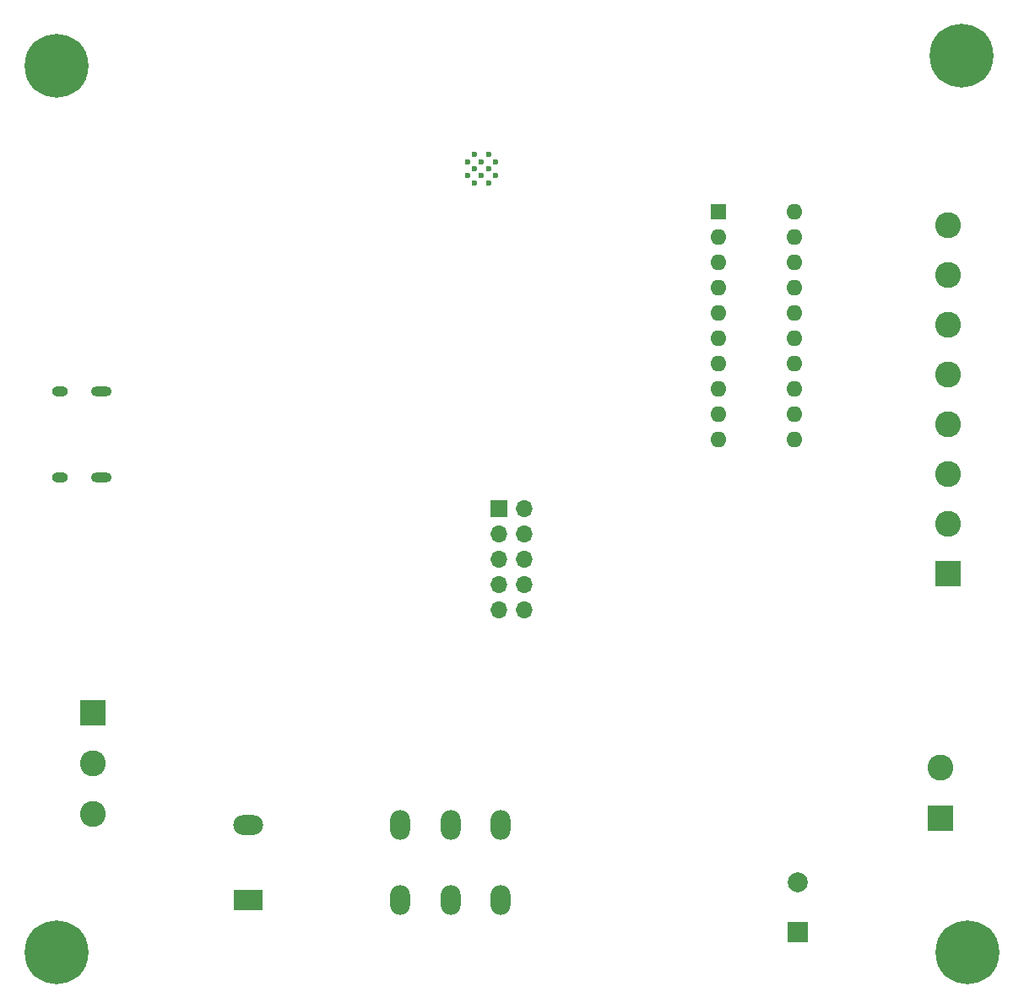
<source format=gbr>
%TF.GenerationSoftware,KiCad,Pcbnew,8.0.7*%
%TF.CreationDate,2024-12-30T15:32:59-05:00*%
%TF.ProjectId,IoT,496f542e-6b69-4636-9164-5f7063625858,rev?*%
%TF.SameCoordinates,Original*%
%TF.FileFunction,Copper,L2,Bot*%
%TF.FilePolarity,Positive*%
%FSLAX46Y46*%
G04 Gerber Fmt 4.6, Leading zero omitted, Abs format (unit mm)*
G04 Created by KiCad (PCBNEW 8.0.7) date 2024-12-30 15:32:59*
%MOMM*%
%LPD*%
G01*
G04 APERTURE LIST*
%TA.AperFunction,ComponentPad*%
%ADD10O,2.100000X1.000000*%
%TD*%
%TA.AperFunction,ComponentPad*%
%ADD11O,1.600000X1.000000*%
%TD*%
%TA.AperFunction,ComponentPad*%
%ADD12R,2.600000X2.600000*%
%TD*%
%TA.AperFunction,ComponentPad*%
%ADD13C,2.600000*%
%TD*%
%TA.AperFunction,ComponentPad*%
%ADD14R,1.600000X1.600000*%
%TD*%
%TA.AperFunction,ComponentPad*%
%ADD15O,1.600000X1.600000*%
%TD*%
%TA.AperFunction,HeatsinkPad*%
%ADD16C,0.600000*%
%TD*%
%TA.AperFunction,ComponentPad*%
%ADD17O,2.000000X3.000000*%
%TD*%
%TA.AperFunction,ComponentPad*%
%ADD18R,3.000000X2.000000*%
%TD*%
%TA.AperFunction,ComponentPad*%
%ADD19O,3.000000X2.000000*%
%TD*%
%TA.AperFunction,ComponentPad*%
%ADD20R,1.700000X1.700000*%
%TD*%
%TA.AperFunction,ComponentPad*%
%ADD21O,1.700000X1.700000*%
%TD*%
%TA.AperFunction,ComponentPad*%
%ADD22C,0.800000*%
%TD*%
%TA.AperFunction,ComponentPad*%
%ADD23C,6.400000*%
%TD*%
%TA.AperFunction,ComponentPad*%
%ADD24R,2.000000X2.000000*%
%TD*%
%TA.AperFunction,ComponentPad*%
%ADD25C,2.000000*%
%TD*%
G04 APERTURE END LIST*
D10*
%TO.P,J1,S1,SHIELD*%
%TO.N,N/C*%
X110130000Y-88680000D03*
D11*
X105950000Y-88680000D03*
D10*
X110130000Y-97320000D03*
D11*
X105950000Y-97320000D03*
%TD*%
D12*
%TO.P,J3,1,Pin_1*%
%TO.N,N/C*%
X109300000Y-121000000D03*
D13*
%TO.P,J3,2,Pin_2*%
X109300000Y-126080000D03*
%TO.P,J3,3,Pin_3*%
X109300000Y-131160000D03*
%TD*%
D14*
%TO.P,U5,1,A->B*%
%TO.N,+5V*%
X172000000Y-70680000D03*
D15*
%TO.P,U5,2,A0*%
%TO.N,/LEDSTR1*%
X172000000Y-73220000D03*
%TO.P,U5,3,A1*%
%TO.N,/LEDSTR2*%
X172000000Y-75760000D03*
%TO.P,U5,4,A2*%
%TO.N,/LEDSTR3*%
X172000000Y-78300000D03*
%TO.P,U5,5,A3*%
%TO.N,/LEDSTR4*%
X172000000Y-80840000D03*
%TO.P,U5,6,A4*%
%TO.N,GND*%
X172000000Y-83380000D03*
%TO.P,U5,7,A5*%
X172000000Y-85920000D03*
%TO.P,U5,8,A6*%
X172000000Y-88460000D03*
%TO.P,U5,9,A7*%
X172000000Y-91000000D03*
%TO.P,U5,10,GND*%
X172000000Y-93540000D03*
%TO.P,U5,11,B7*%
%TO.N,unconnected-(U5-B7-Pad11)*%
X179620000Y-93540000D03*
%TO.P,U5,12,B6*%
%TO.N,unconnected-(U5-B6-Pad12)*%
X179620000Y-91000000D03*
%TO.P,U5,13,B5*%
%TO.N,unconnected-(U5-B5-Pad13)*%
X179620000Y-88460000D03*
%TO.P,U5,14,B4*%
%TO.N,unconnected-(U5-B4-Pad14)*%
X179620000Y-85920000D03*
%TO.P,U5,15,B3*%
%TO.N,Net-(U5-B3)*%
X179620000Y-83380000D03*
%TO.P,U5,16,B2*%
%TO.N,Net-(U5-B2)*%
X179620000Y-80840000D03*
%TO.P,U5,17,B1*%
%TO.N,Net-(U5-B1)*%
X179620000Y-78300000D03*
%TO.P,U5,18,B0*%
%TO.N,Net-(U5-B0)*%
X179620000Y-75760000D03*
%TO.P,U5,19,CE*%
%TO.N,GND*%
X179620000Y-73220000D03*
%TO.P,U5,20,VCC*%
%TO.N,+5V*%
X179620000Y-70680000D03*
%TD*%
D16*
%TO.P,U1,39,GND*%
%TO.N,GND*%
X149650000Y-67070000D03*
X149650000Y-65670000D03*
X148950000Y-67770000D03*
X148950000Y-66370000D03*
X148950000Y-64970000D03*
X148225000Y-67070000D03*
X148225000Y-65670000D03*
X147550000Y-67770000D03*
X147550000Y-66370000D03*
X147550000Y-64970000D03*
X146850000Y-67070000D03*
X146850000Y-65670000D03*
%TD*%
D17*
%TO.P,K1,11*%
%TO.N,Net-(J3-Pin_2)*%
X145150000Y-132250000D03*
X145150000Y-139750000D03*
%TO.P,K1,12*%
%TO.N,Net-(J3-Pin_1)*%
X140110000Y-132250000D03*
X140110000Y-139750000D03*
%TO.P,K1,14*%
%TO.N,Net-(J3-Pin_3)*%
X150190000Y-132250000D03*
X150190000Y-139750000D03*
D18*
%TO.P,K1,A1*%
%TO.N,+5V*%
X124850000Y-139750000D03*
D19*
%TO.P,K1,A2*%
%TO.N,Net-(D1-A)*%
X124850000Y-132250000D03*
%TD*%
D20*
%TO.P,J6,1,Pin_1*%
%TO.N,+3.3V*%
X150000000Y-100460000D03*
D21*
%TO.P,J6,2,Pin_2*%
X152540000Y-100460000D03*
%TO.P,J6,3,Pin_3*%
%TO.N,/GPIO26*%
X150000000Y-103000000D03*
%TO.P,J6,4,Pin_4*%
%TO.N,/GPIO33*%
X152540000Y-103000000D03*
%TO.P,J6,5,Pin_5*%
%TO.N,/GPIO27*%
X150000000Y-105540000D03*
%TO.P,J6,6,Pin_6*%
%TO.N,/GPIO34*%
X152540000Y-105540000D03*
%TO.P,J6,7,Pin_7*%
%TO.N,/GPIO32*%
X150000000Y-108080000D03*
%TO.P,J6,8,Pin_8*%
%TO.N,/GPIO35*%
X152540000Y-108080000D03*
%TO.P,J6,9,Pin_9*%
%TO.N,GND*%
X150000000Y-110620000D03*
%TO.P,J6,10,Pin_10*%
X152540000Y-110620000D03*
%TD*%
D12*
%TO.P,J5,1,Pin_1*%
%TO.N,Net-(J5-Pin_1)*%
X194305000Y-131545000D03*
D13*
%TO.P,J5,2,Pin_2*%
%TO.N,GND*%
X194305000Y-126465000D03*
%TD*%
%TO.P,J4,8,Pin_8*%
%TO.N,GND*%
X195000000Y-72000000D03*
%TO.P,J4,7,Pin_7*%
X195000000Y-77000000D03*
%TO.P,J4,6,Pin_6*%
%TO.N,Net-(J4-Pin_6)*%
X195000000Y-82000000D03*
%TO.P,J4,5,Pin_5*%
%TO.N,Net-(J4-Pin_5)*%
X195000000Y-87000000D03*
%TO.P,J4,4,Pin_4*%
%TO.N,Net-(J4-Pin_4)*%
X195000000Y-92000000D03*
%TO.P,J4,3,Pin_3*%
%TO.N,Net-(J4-Pin_3)*%
X195000000Y-97000000D03*
%TO.P,J4,2,Pin_2*%
%TO.N,Net-(J4-Pin_1)*%
X195000000Y-102000000D03*
D12*
%TO.P,J4,1,Pin_1*%
X195000000Y-107000000D03*
%TD*%
D22*
%TO.P,H4,1,1*%
%TO.N,GND*%
X194600000Y-145000000D03*
X195302944Y-143302944D03*
X195302944Y-146697056D03*
X197000000Y-142600000D03*
D23*
X197000000Y-145000000D03*
D22*
X197000000Y-147400000D03*
X198697056Y-143302944D03*
X198697056Y-146697056D03*
X199400000Y-145000000D03*
%TD*%
%TO.P,H3,1,1*%
%TO.N,GND*%
X194000000Y-55000000D03*
X194702944Y-53302944D03*
X194702944Y-56697056D03*
X196400000Y-52600000D03*
D23*
X196400000Y-55000000D03*
D22*
X196400000Y-57400000D03*
X198097056Y-53302944D03*
X198097056Y-56697056D03*
X198800000Y-55000000D03*
%TD*%
%TO.P,H2,1,1*%
%TO.N,GND*%
X103200000Y-145000000D03*
X103902944Y-143302944D03*
X103902944Y-146697056D03*
X105600000Y-142600000D03*
D23*
X105600000Y-145000000D03*
D22*
X105600000Y-147400000D03*
X107297056Y-143302944D03*
X107297056Y-146697056D03*
X108000000Y-145000000D03*
%TD*%
%TO.P,H1,1,1*%
%TO.N,GND*%
X103200000Y-56000000D03*
X103902944Y-54302944D03*
X103902944Y-57697056D03*
X105600000Y-53600000D03*
D23*
X105600000Y-56000000D03*
D22*
X105600000Y-58400000D03*
X107297056Y-54302944D03*
X107297056Y-57697056D03*
X108000000Y-56000000D03*
%TD*%
D24*
%TO.P,C1,1*%
%TO.N,Net-(J5-Pin_1)*%
X180000000Y-143000000D03*
D25*
%TO.P,C1,2*%
%TO.N,GND*%
X180000000Y-138000000D03*
%TD*%
M02*

</source>
